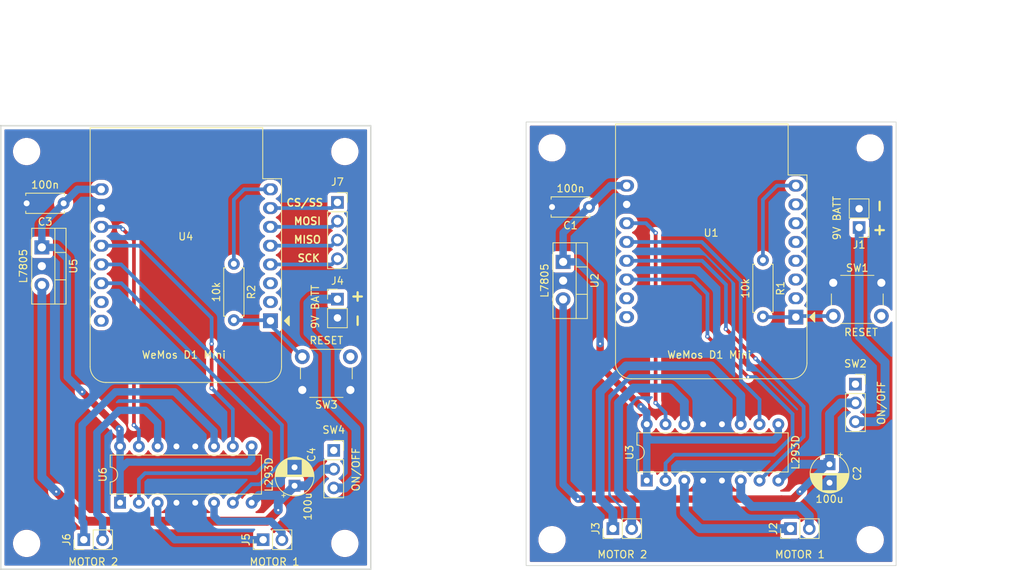
<source format=kicad_pcb>
(kicad_pcb (version 20240108) (generator "pcbnew") (generator_version "8.0")
  (layers (0 "F.Cu" signal) (31 "B.Cu" signal) (34 "B.Paste" user) (35 "F.Paste" user) (36 "B.SilkS" user "B.Silkscreen") (37 "F.SilkS" user "F.Silkscreen") (38 "B.Mask" user) (39 "F.Mask" user) (44 "Edge.Cuts" user))
  (net 0 "")
  (net 1 "GND")
  (net 2 "+5V")
  (net 3 "+9V")
  (net 4 "Net-(J1-Pin_1)")
  (net 5 "Net-(J2-Pin_1)")
  (net 6 "Net-(J2-Pin_2)")
  (net 7 "Net-(J3-Pin_1)")
  (net 8 "Net-(J3-Pin_2)")
  (net 9 "Net-(U1-~{RST})")
  (net 10 "Net-(U1-3V3)")
  (net 12 "Net-(U1-SCL{slash}D1)")
  (net 14 "Net-(U1-D3)")
  (net 17 "Net-(U1-D4)")
  (net 18 "Net-(U1-SDA{slash}D2)")
  (net 22 "Net-(J4-Pin_1)")
  (net 23 "Net-(J5-Pin_2)")
  (net 24 "Net-(J5-Pin_1)")
  (net 25 "Net-(J6-Pin_1)")
  (net 26 "Net-(J6-Pin_2)")
  (net 27 "Net-(U4-3V3)")
  (net 28 "Net-(U4-~{RST})")
  (net 30 "Net-(U4-SCL{slash}D1)")
  (net 31 "Net-(U4-D3)")
  (net 34 "Net-(U4-SDA{slash}D2)")
  (net 35 "Net-(U4-D4)")
  (net 38 "Net-(J7-Pin_1)")
  (net 39 "Net-(J7-Pin_3)")
  (net 40 "Net-(J7-Pin_4)")
  (net 41 "Net-(J7-Pin_2)")
  (net 42 "+5VA")
  (net 43 "GND1")
  (net 44 "+9VA")
  (footprint "Resistor_THT:R_Axial_DIN0207_L6.3mm_D2.5mm_P7.62mm_Horizontal" (layer "F.Cu") (at 144 55.69 -90)
    (property "Reference" "R1" (at 3.81 -2.37 90) (layer "F.SilkS"))
    (property "Value" "10k" (at 3.81 2.37 90) (layer "F.SilkS"))
    (pad "1" thru_hole circle (at 0 0 270) (size 1.6 1.6) (drill 0.8) (layers "*.Cu" "*.Mask") (net 10 "Net-(U1-3V3)"))
    (pad "2" thru_hole oval (at 7.62 0 270) (size 1.6 1.6) (drill 0.8) (layers "*.Cu" "*.Mask") (net 9 "Net-(U1-~{RST})"))
  )
  (footprint "Package_DIP:DIP-16_W7.62mm" (layer "F.Cu") (at 128.3 85.5 90)
    (property "Reference" "U3" (at 3.81 -2.33 270) (layer "F.SilkS"))
    (property "Value" "L293D" (at 3.81 20.11 270) (layer "F.SilkS"))
    (pad "1" thru_hole rect (at 0 0 90) (size 1.6 1.6) (drill 0.8) (layers "*.Cu" "*.Mask") (net 2 "+5V"))
    (pad "2" thru_hole oval (at 0 2.54 90) (size 1.6 1.6) (drill 0.8) (layers "*.Cu" "*.Mask") (net 12 "Net-(U1-SCL{slash}D1)"))
    (pad "3" thru_hole oval (at 0 5.08 90) (size 1.6 1.6) (drill 0.8) (layers "*.Cu" "*.Mask") (net 5 "Net-(J2-Pin_1)"))
    (pad "4" thru_hole oval (at 0 7.62 90) (size 1.6 1.6) (drill 0.8) (layers "*.Cu" "*.Mask") (net 1 "GND"))
    (pad "5" thru_hole oval (at 0 10.16 90) (size 1.6 1.6) (drill 0.8) (layers "*.Cu" "*.Mask") (net 1 "GND"))
    (pad "6" thru_hole oval (at 0 12.7 90) (size 1.6 1.6) (drill 0.8) (layers "*.Cu" "*.Mask") (net 6 "Net-(J2-Pin_2)"))
    (pad "7" thru_hole oval (at 0 15.24 90) (size 1.6 1.6) (drill 0.8) (layers "*.Cu" "*.Mask") (net 18 "Net-(U1-SDA{slash}D2)"))
    (pad "8" thru_hole oval (at 0 17.78 90) (size 1.6 1.6) (drill 0.8) (layers "*.Cu" "*.Mask") (net 3 "+9V"))
    (pad "9" thru_hole oval (at 7.62 17.78 90) (size 1.6 1.6) (drill 0.8) (layers "*.Cu" "*.Mask") (net 2 "+5V"))
    (pad "10" thru_hole oval (at 7.62 15.24 90) (size 1.6 1.6) (drill 0.8) (layers "*.Cu" "*.Mask") (net 14 "Net-(U1-D3)"))
    (pad "11" thru_hole oval (at 7.62 12.7 90) (size 1.6 1.6) (drill 0.8) (layers "*.Cu" "*.Mask") (net 7 "Net-(J3-Pin_1)"))
    (pad "12" thru_hole oval (at 7.62 10.16 90) (size 1.6 1.6) (drill 0.8) (layers "*.Cu" "*.Mask") (net 1 "GND"))
    (pad "13" thru_hole oval (at 7.62 7.62 90) (size 1.6 1.6) (drill 0.8) (layers "*.Cu" "*.Mask") (net 1 "GND"))
    (pad "14" thru_hole oval (at 7.62 5.08 90) (size 1.6 1.6) (drill 0.8) (layers "*.Cu" "*.Mask") (net 8 "Net-(J3-Pin_2)"))
    (pad "15" thru_hole oval (at 7.62 2.54 90) (size 1.6 1.6) (drill 0.8) (layers "*.Cu" "*.Mask") (net 17 "Net-(U1-D4)"))
    (pad "16" thru_hole oval (at 7.62 0 90) (size 1.6 1.6) (drill 0.8) (layers "*.Cu" "*.Mask") (net 2 "+5V"))
  )
  (footprint "Capacitor_THT:CP_Radial_D5.0mm_P2.50mm" (layer "F.Cu") (at 153 83.294886 -90)
    (property "Reference" "C2" (at 1.25 -3.75 90) (layer "F.SilkS"))
    (property "Value" "100u" (at 4.705113 -0.000001 180) (layer "F.SilkS"))
    (pad "1" thru_hole rect (at 0 0 270) (size 1.6 1.6) (drill 0.8) (layers "*.Cu" "*.Mask") (net 3 "+9V"))
    (pad "2" thru_hole circle (at 2.5 0 270) (size 1.6 1.6) (drill 0.8) (layers "*.Cu" "*.Mask") (net 1 "GND"))
  )
  (footprint "Connector_PinSocket_2.54mm:PinSocket_1x03_P2.54mm_Vertical" (layer "F.Cu") (at 86 81.42)
    (property "Reference" "SW4" (at 0 -2.77 0) (layer "F.SilkS"))
    (property "Value" "ON/OFF" (at 3 2.58 90) (layer "F.SilkS"))
    (pad "1" thru_hole rect (at 0 0) (size 1.7 1.7) (drill 1) (layers "*.Cu" "*.Mask"))
    (pad "2" thru_hole oval (at 0 2.54) (size 1.7 1.7) (drill 1) (layers "*.Cu" "*.Mask") (net 44 "+9VA"))
    (pad "3" thru_hole oval (at 0 5.08) (size 1.7 1.7) (drill 1) (layers "*.Cu" "*.Mask") (net 22 "Net-(J4-Pin_1)"))
  )
  (footprint "MountingHole:MountingHole_3.2mm_M3" (layer "F.Cu") (at 87.5 94)
    (property "Reference" "H8" (hide yes))
    (property "Value" "MountingHole" (hide yes))
    (pad "" np_thru_hole circle (at 0 0) (size 3.2 3.2) (drill 3.2) (layers "*.Cu" "*.Mask"))
  )
  (footprint "Module:WEMOS_D1_mini_light" (layer "F.Cu") (at 148.445 63.39 180)
    (property "Reference" "U1" (at 11.445 11.39 180) (layer "F.SilkS"))
    (property "Value" "WeMos D1 Mini" (at 11.7 -5.11 180) (layer "F.SilkS"))
    (pad "1" thru_hole rect (at 0 0 180) (size 2 2) (drill 1) (layers "*.Cu" "*.Mask") (net 9 "Net-(U1-~{RST})"))
    (pad "2" thru_hole oval (at 0 2.54 180) (size 2 1.6) (drill 1) (layers "*.Cu" "*.Mask"))
    (pad "3" thru_hole oval (at 0 5.08 180) (size 2 1.6) (drill 1) (layers "*.Cu" "*.Mask"))
    (pad "4" thru_hole oval (at 0 7.62 180) (size 2 1.6) (drill 1) (layers "*.Cu" "*.Mask"))
    (pad "5" thru_hole oval (at 0 10.16 180) (size 2 1.6) (drill 1) (layers "*.Cu" "*.Mask"))
    (pad "6" thru_hole oval (at 0 12.7 180) (size 2 1.6) (drill 1) (layers "*.Cu" "*.Mask"))
    (pad "7" thru_hole oval (at 0 15.24 180) (size 2 1.6) (drill 1) (layers "*.Cu" "*.Mask"))
    (pad "8" thru_hole oval (at 0 17.78 180) (size 2 1.6) (drill 1) (layers "*.Cu" "*.Mask") (net 10 "Net-(U1-3V3)"))
    (pad "9" thru_hole oval (at 22.86 17.78 180) (size 2 1.6) (drill 1) (layers "*.Cu" "*.Mask") (net 2 "+5V"))
    (pad "10" thru_hole oval (at 22.86 15.24 180) (size 2 1.6) (drill 1) (layers "*.Cu" "*.Mask") (net 1 "GND"))
    (pad "11" thru_hole oval (at 22.86 12.7 180) (size 2 1.6) (drill 1) (layers "*.Cu" "*.Mask") (net 17 "Net-(U1-D4)"))
    (pad "12" thru_hole oval (at 22.86 10.16 180) (size 2 1.6) (drill 1) (layers "*.Cu" "*.Mask") (net 14 "Net-(U1-D3)"))
    (pad "13" thru_hole oval (at 22.86 7.62 180) (size 2 1.6) (drill 1) (layers "*.Cu" "*.Mask") (net 18 "Net-(U1-SDA{slash}D2)"))
    (pad "14" thru_hole oval (at 22.86 5.08 180) (size 2 1.6) (drill 1) (layers "*.Cu" "*.Mask") (net 12 "Net-(U1-SCL{slash}D1)"))
    (pad "15" thru_hole oval (at 22.86 2.54 180) (size 2 1.6) (drill 1) (layers "*.Cu" "*.Mask"))
    (pad "16" thru_hole oval (at 22.86 0 180) (size 2 1.6) (drill 1) (layers "*.Cu" "*.Mask"))
  )
  (footprint "Capacitor_THT:C_Disc_D5.0mm_W2.5mm_P5.00mm" (layer "F.Cu") (at 49.5 48 180)
    (property "Reference" "C3" (at 2.5 -2.5 180) (layer "F.SilkS"))
    (property "Value" "100n" (at 2.5 2.5 180) (layer "F.SilkS"))
    (pad "1" thru_hole circle (at 0 0 180) (size 1.6 1.6) (drill 0.8) (layers "*.Cu" "*.Mask") (net 42 "+5VA"))
    (pad "2" thru_hole circle (at 5 0 180) (size 1.6 1.6) (drill 0.8) (layers "*.Cu" "*.Mask") (net 43 "GND1"))
  )
  (footprint "Package_DIP:DIP-16_W7.62mm" (layer "F.Cu") (at 57.125 88.5 90)
    (property "Reference" "U6" (at 3.81 -2.33 270) (layer "F.SilkS"))
    (property "Value" "L293D" (at 3.81 20.11 270) (layer "F.SilkS"))
    (pad "1" thru_hole rect (at 0 0 90) (size 1.6 1.6) (drill 0.8) (layers "*.Cu" "*.Mask") (net 42 "+5VA"))
    (pad "2" thru_hole oval (at 0 2.54 90) (size 1.6 1.6) (drill 0.8) (layers "*.Cu" "*.Mask") (net 30 "Net-(U4-SCL{slash}D1)"))
    (pad "3" thru_hole oval (at 0 5.08 90) (size 1.6 1.6) (drill 0.8) (layers "*.Cu" "*.Mask") (net 24 "Net-(J5-Pin_1)"))
    (pad "4" thru_hole oval (at 0 7.62 90) (size 1.6 1.6) (drill 0.8) (layers "*.Cu" "*.Mask") (net 43 "GND1"))
    (pad "5" thru_hole oval (at 0 10.16 90) (size 1.6 1.6) (drill 0.8) (layers "*.Cu" "*.Mask") (net 43 "GND1"))
    (pad "6" thru_hole oval (at 0 12.7 90) (size 1.6 1.6) (drill 0.8) (layers "*.Cu" "*.Mask") (net 23 "Net-(J5-Pin_2)"))
    (pad "7" thru_hole oval (at 0 15.24 90) (size 1.6 1.6) (drill 0.8) (layers "*.Cu" "*.Mask") (net 34 "Net-(U4-SDA{slash}D2)"))
    (pad "8" thru_hole oval (at 0 17.78 90) (size 1.6 1.6) (drill 0.8) (layers "*.Cu" "*.Mask") (net 44 "+9VA"))
    (pad "9" thru_hole oval (at 7.62 17.78 90) (size 1.6 1.6) (drill 0.8) (layers "*.Cu" "*.Mask") (net 42 "+5VA"))
    (pad "10" thru_hole oval (at 7.62 15.24 90) (size 1.6 1.6) (drill 0.8) (layers "*.Cu" "*.Mask") (net 31 "Net-(U4-D3)"))
    (pad "11" thru_hole oval (at 7.62 12.7 90) (size 1.6 1.6) (drill 0.8) (layers "*.Cu" "*.Mask") (net 25 "Net-(J6-Pin_1)"))
    (pad "12" thru_hole oval (at 7.62 10.16 90) (size 1.6 1.6) (drill 0.8) (layers "*.Cu" "*.Mask") (net 43 "GND1"))
    (pad "13" thru_hole oval (at 7.62 7.62 90) (size 1.6 1.6) (drill 0.8) (layers "*.Cu" "*.Mask") (net 43 "GND1"))
    (pad "14" thru_hole oval (at 7.62 5.08 90) (size 1.6 1.6) (drill 0.8) (layers "*.Cu" "*.Mask") (net 26 "Net-(J6-Pin_2)"))
    (pad "15" thru_hole oval (at 7.62 2.54 90) (size 1.6 1.6) (drill 0.8) (layers "*.Cu" "*.Mask") (net 35 "Net-(U4-D4)"))
    (pad "16" thru_hole oval (at 7.62 0 90) (size 1.6 1.6) (drill 0.8) (layers "*.Cu" "*.Mask") (net 42 "+5VA"))
  )
  (footprint "Connector_PinHeader_2.54mm:PinHeader_1x02_P2.54mm_Vertical" (layer "F.Cu") (at 52.225 93.5 90)
    (property "Reference" "J6" (at 0 -2.33 270) (layer "F.SilkS"))
    (property "Value" "MOTOR 2" (at -3 1.275 0) (layer "F.SilkS"))
    (pad "1" thru_hole rect (at 0 0 90) (size 1.7 1.7) (drill 1) (layers "*.Cu" "*.Mask") (net 25 "Net-(J6-Pin_1)"))
    (pad "2" thru_hole oval (at 0 2.54 90) (size 1.7 1.7) (drill 1) (layers "*.Cu" "*.Mask") (net 26 "Net-(J6-Pin_2)"))
  )
  (footprint "Connector_PinHeader_2.54mm:PinHeader_1x02_P2.54mm_Vertical" (layer "F.Cu") (at 86.5 60.96)
    (property "Reference" "J4" (at 0 -2.46 0) (layer "F.SilkS"))
    (property "Value" "9V BATT" (at -3 1.04 90) (layer "F.SilkS"))
    (pad "1" thru_hole rect (at 0 0) (size 1.7 1.7) (drill 1) (layers "*.Cu" "*.Mask") (net 22 "Net-(J4-Pin_1)"))
    (pad "2" thru_hole oval (at 0 2.54) (size 1.7 1.7) (drill 1) (layers "*.Cu" "*.Mask") (net 43 "GND1"))
  )
  (footprint "Button_Switch_THT:SW_PUSH_6mm" (layer "F.Cu") (at 153.5 58.75)
    (property "Reference" "SW1" (at 3.25 -2 360) (layer "F.SilkS"))
    (property "Value" "RESET" (at 3.75 6.7 0) (layer "F.SilkS"))
    (pad "1" thru_hole circle (at 0 0 90) (size 2 2) (drill 1.1) (layers "*.Cu" "*.Mask") (net 1 "GND"))
    (pad "1" thru_hole circle (at 6.5 0 90) (size 2 2) (drill 1.1) (layers "*.Cu" "*.Mask") (net 1 "GND"))
    (pad "2" thru_hole circle (at 0 4.5 90) (size 2 2) (drill 1.1) (layers "*.Cu" "*.Mask") (net 9 "Net-(U1-~{RST})"))
    (pad "2" thru_hole circle (at 6.5 4.5 90) (size 2 2) (drill 1.1) (layers "*.Cu" "*.Mask") (net 9 "Net-(U1-~{RST})"))
  )
  (footprint "MountingHole:MountingHole_3.2mm_M3" (layer "F.Cu") (at 44.5 94)
    (property "Reference" "H7" (hide yes))
    (property "Value" "MountingHole" (hide yes))
    (pad "" np_thru_hole circle (at 0 0) (size 3.2 3.2) (drill 3.2) (layers "*.Cu" "*.Mask"))
  )
  (footprint "Module:WEMOS_D1_mini_light" (layer "F.Cu") (at 77.445 63.89 180)
    (property "Reference" "U4" (at 11.445 11.39 180) (layer "F.SilkS"))
    (property "Value" "WeMos D1 Mini" (at 11.7 -4.61 180) (layer "F.SilkS"))
    (pad "1" thru_hole rect (at 0 0 180) (size 2 2) (drill 1) (layers "*.Cu" "*.Mask") (net 28 "Net-(U4-~{RST})"))
    (pad "2" thru_hole oval (at 0 2.54 180) (size 2 1.6) (drill 1) (layers "*.Cu" "*.Mask"))
    (pad "3" thru_hole oval (at 0 5.08 180) (size 2 1.6) (drill 1) (layers "*.Cu" "*.Mask"))
    (pad "4" thru_hole oval (at 0 7.62 180) (size 2 1.6) (drill 1) (layers "*.Cu" "*.Mask") (net 40 "Net-(J7-Pin_4)"))
    (pad "5" thru_hole oval (at 0 10.16 180) (size 2 1.6) (drill 1) (layers "*.Cu" "*.Mask") (net 39 "Net-(J7-Pin_3)"))
    (pad "6" thru_hole oval (at 0 12.7 180) (size 2 1.6) (drill 1) (layers "*.Cu" "*.Mask") (net 41 "Net-(J7-Pin_2)"))
    (pad "7" thru_hole oval (at 0 15.24 180) (size 2 1.6) (drill 1) (layers "*.Cu" "*.Mask") (net 38 "Net-(J7-Pin_1)"))
    (pad "8" thru_hole oval (at 0 17.78 180) (size 2 1.6) (drill 1) (layers "*.Cu" "*.Mask") (net 27 "Net-(U4-3V3)"))
    (pad "9" thru_hole oval (at 22.86 17.78 180) (size 2 1.6) (drill 1) (layers "*.Cu" "*.Mask") (net 42 "+5VA"))
    (pad "10" thru_hole oval (at 22.86 15.24 180) (size 2 1.6) (drill 1) (layers "*.Cu" "*.Mask") (net 43 "GND1"))
    (pad "11" thru_hole oval (at 22.86 12.7 180) (size 2 1.6) (drill 1) (layers "*.Cu" "*.Mask") (net 35 "Net-(U4-D4)"))
    (pad "12" thru_hole oval (at 22.86 10.16 180) (size 2 1.6) (drill 1) (layers "*.Cu" "*.Mask") (net 31 "Net-(U4-D3)"))
    (pad "13" thru_hole oval (at 22.86 7.62 180) (size 2 1.6) (drill 1) (layers "*.Cu" "*.Mask") (net 34 "Net-(U4-SDA{slash}D2)"))
    (pad "14" thru_hole oval (at 22.86 5.08 180) (size 2 1.6) (drill 1) (layers "*.Cu" "*.Mask") (net 30 "Net-(U4-SCL{slash}D1)"))
    (pad "15" thru_hole oval (at 22.86 2.54 180) (size 2 1.6) (drill 1) (layers "*.Cu" "*.Mask"))
    (pad "16" thru_hole oval (at 22.86 0 180) (size 2 1.6) (drill 1) (layers "*.Cu" "*.Mask"))
  )
  (footprint "Connector_PinHeader_2.54mm:PinHeader_1x02_P2.54mm_Vertical" (layer "F.Cu") (at 147.725 92 90)
    (property "Reference" "J2" (at 0 -2.33 270) (layer "F.SilkS"))
    (property "Value" "MOTOR 1" (at -3.5 1.275 0) (layer "F.SilkS"))
    (pad "1" thru_hole rect (at 0 0 90) (size 1.7 1.7) (drill 1) (layers "*.Cu" "*.Mask") (net 5 "Net-(J2-Pin_1)"))
    (pad "2" thru_hole oval (at 0 2.54 90) (size 1.7 1.7) (drill 1) (layers "*.Cu" "*.Mask") (net 6 "Net-(J2-Pin_2)"))
  )
  (footprint "MountingHole:MountingHole_3.2mm_M3" (layer "F.Cu") (at 87.5 41)
    (property "Reference" "H6" (hide yes))
    (property "Value" "MountingHole" (hide yes))
    (pad "" np_thru_hole circle (at 0 0) (size 3.2 3.2) (drill 3.2) (layers "*.Cu" "*.Mask"))
  )
  (footprint "Resistor_THT:R_Axial_DIN0207_L6.3mm_D2.5mm_P7.62mm_Horizontal" (layer "F.Cu") (at 72.5 56.19 -90)
    (property "Reference" "R2" (at 3.81 -2.37 90) (layer "F.SilkS"))
    (property "Value" "10k" (at 3.81 2.37 90) (layer "F.SilkS"))
    (pad "1" thru_hole circle (at 0 0 270) (size 1.6 1.6) (drill 0.8) (layers "*.Cu" "*.Mask") (net 27 "Net-(U4-3V3)"))
    (pad "2" thru_hole oval (at 7.62 0 270) (size 1.6 1.6) (drill 0.8) (layers "*.Cu" "*.Mask") (net 28 "Net-(U4-~{RST})"))
  )
  (footprint "Capacitor_THT:CP_Radial_D5.0mm_P2.50mm" (layer "F.Cu") (at 80.705112 86.205112 90)
    (property "Reference" "C4" (at 4.205112 2.294888 -90) (layer "F.SilkS"))
    (property "Value" "100u" (at -2.794888 1.794888 90) (layer "F.SilkS"))
    (pad "1" thru_hole rect (at 0 0 90) (size 1.6 1.6) (drill 0.8) (layers "*.Cu" "*.Mask") (net 44 "+9VA"))
    (pad "2" thru_hole circle (at 2.5 0 90) (size 1.6 1.6) (drill 0.8) (layers "*.Cu" "*.Mask") (net 43 "GND1"))
  )
  (footprint "Capacitor_THT:C_Disc_D5.0mm_W2.5mm_P5.00mm" (layer "F.Cu") (at 120.5 48.5 180)
    (property "Reference" "C1" (at 2.5 -2.5 180) (layer "F.SilkS"))
    (property "Value" "100n" (at 2.5 2.5 180) (layer "F.SilkS"))
    (pad "1" thru_hole circle (at 0 0 180) (size 1.6 1.6) (drill 0.8) (layers "*.Cu" "*.Mask") (net 2 "+5V"))
    (pad "2" thru_hole circle (at 5 0 180) (size 1.6 1.6) (drill 0.8) (layers "*.Cu" "*.Mask") (net 1 "GND"))
  )
  (footprint "Connector_PinHeader_2.54mm:PinHeader_1x02_P2.54mm_Vertical" (layer "F.Cu") (at 157 51.275 180)
    (property "Reference" "J1" (at 0 -2.33 180) (layer "F.SilkS"))
    (property "Value" "9V BATT" (at 3 1.275 270) (layer "F.SilkS"))
    (pad "1" thru_hole rect (at 0 0 180) (size 1.7 1.7) (drill 1) (layers "*.Cu" "*.Mask") (net 4 "Net-(J1-Pin_1)"))
    (pad "2" thru_hole oval (at 0 2.54 180) (size 1.7 1.7) (drill 1) (layers "*.Cu" "*.Mask") (net 1 "GND"))
  )
  (footprint "Connector_PinHeader_2.54mm:PinHeader_1x02_P2.54mm_Vertical" (layer "F.Cu") (at 76.46 93.5 90)
    (property "Reference" "J5" (at 0 -2.33 270) (layer "F.SilkS"))
    (property "Value" "MOTOR 1" (at -3 1.54 0) (layer "F.SilkS"))
    (pad "1" thru_hole rect (at 0 0 90) (size 1.7 1.7) (drill 1) (layers "*.Cu" "*.Mask") (net 24 "Net-(J5-Pin_1)"))
    (pad "2" thru_hole oval (at 0 2.54 90) (size 1.7 1.7) (drill 1) (layers "*.Cu" "*.Mask") (net 23 "Net-(J5-Pin_2)"))
  )
  (footprint "Button_Switch_THT:SW_PUSH_6mm" (layer "F.Cu") (at 88.25 73.25 180)
    (property "Reference" "SW3" (at 3.25 -2 180) (layer "F.SilkS"))
    (property "Value" "RESET" (at 3.25 6.7 180) (layer "F.SilkS"))
    (pad "1" thru_hole circle (at 0 0 270) (size 2 2) (drill 1.1) (layers "*.Cu" "*.Mask") (net 43 "GND1"))
    (pad "1" thru_hole circle (at 6.5 0 270) (size 2 2) (drill 1.1) (layers "*.Cu" "*.Mask") (net 43 "GND1"))
    (pad "2" thru_hole circle (at 0 4.5 270) (size 2 2) (drill 1.1) (layers "*.Cu" "*.Mask") (net 28 "Net-(U4-~{RST})"))
    (pad "2" thru_hole circle (at 6.5 4.5 270) (size 2 2) (drill 1.1) (layers "*.Cu" "*.Mask") (net 28 "Net-(U4-~{RST})"))
  )
  (footprint "Connector_PinSocket_2.54mm:PinSocket_1x04_P2.54mm_Vertical" (layer "F.Cu") (at 86.5 47.88)
    (property "Reference" "J7" (at 0 -2.77 360) (layer "F.SilkS"))
    (property "Value" "Conn_01x04_Pin")
    (pad "1" thru_hole rect (at 0 0) (size 1.7 1.7) (drill 1) (layers "*.Cu" "*.Mask") (net 38 "Net-(J7-Pin_1)"))
    (pad "2" thru_hole oval (at 0 2.54) (size 1.7 1.7) (drill 1) (layers "*.Cu" "*.Mask") (net 41 "Net-(J7-Pin_2)"))
    (pad "3" thru_hole oval (at 0 5.08) (size 1.7 1.7) (drill 1) (layers "*.Cu" "*.Mask") (net 39 "Net-(J7-Pin_3)"))
    (pad "4" thru_hole oval (at 0 7.62) (size 1.7 1.7) (drill 1) (layers "*.Cu" "*.Mask") (net 40 "Net-(J7-Pin_4)"))
  )
  (footprint "MountingHole:MountingHole_3.2mm_M3" (layer "F.Cu") (at 115.5 40.5)
    (property "Reference" "H1" (hide yes))
    (property "Value" "MountingHole" (hide yes))
    (pad "" np_thru_hole circle (at 0 0) (size 3.2 3.2) (drill 3.2) (layers "*.Cu" "*.Mask"))
  )
  (footprint "Package_TO_SOT_THT:TO-220-3_Vertical" (layer "F.Cu") (at 46.555 53.96 -90)
    (property "Reference" "U5" (at 2.54 -4.27 90) (layer "F.SilkS"))
    (property "Value" "L7805" (at 2.54 2.5 90) (layer "F.SilkS"))
    (pad "1" thru_hole rect (at 0 0 270) (size 1.905 2) (drill 1.1) (layers "*.Cu" "*.Mask") (net 42 "+5VA"))
    (pad "2" thru_hole oval (at 2.54 0 270) (size 1.905 2) (drill 1.1) (layers "*.Cu" "*.Mask") (net 43 "GND1"))
    (pad "3" thru_hole oval (at 5.08 0 270) (size 1.905 2) (drill 1.1) (layers "*.Cu" "*.Mask") (net 44 "+9VA"))
  )
  (footprint "Connector_PinHeader_2.54mm:PinHeader_1x02_P2.54mm_Vertical" (layer "F.Cu") (at 123.725 92 90)
    (property "Reference" "J3" (at 0 -2.33 270) (layer "F.SilkS"))
    (property "Value" "MOTOR 2" (at -3.5 1.275 0) (layer "F.SilkS"))
    (pad "1" thru_hole rect (at 0 0 90) (size 1.7 1.7) (drill 1) (layers "*.Cu" "*.Mask") (net 7 "Net-(J3-Pin_1)"))
    (pad "2" thru_hole oval (at 0 2.54 90) (size 1.7 1.7) (drill 1) (layers "*.Cu" "*.Mask") (net 8 "Net-(J3-Pin_2)"))
  )
  (footprint "MountingHole:MountingHole_3.2mm_M3" (layer "F.Cu") (at 158.5 40.5)
    (property "Reference" "H2" (hide yes))
    (property "Value" "MountingHole" (hide yes))
    (pad "" np_thru_hole circle (at 0 0) (size 3.2 3.2) (drill 3.2) (layers "*.Cu" "*.Mask"))
  )
  (footprint "MountingHole:MountingHole_3.2mm_M3" (layer "F.Cu") (at 115.5 93.5)
    (property "Reference" "H3" (hide yes))
    (property "Value" "MountingHole" (hide yes))
    (pad "" np_thru_hole circle (at 0 0) (size 3.2 3.2) (drill 3.2) (layers "*.Cu" "*.Mask"))
  )
  (footprint "Package_TO_SOT_THT:TO-220-3_Vertical" (layer "F.Cu") (at 117 55.92 -90)
    (property "Reference" "U2" (at 2.54 -4.27 90) (layer "F.SilkS"))
    (property "Value" "L7805" (at 2.54 2.5 90) (layer "F.SilkS"))
    (pad "1" thru_hole rect (at 0 0 270) (size 1.905 2) (drill 1.1) (layers "*.Cu" "*.Mask") (net 2 "+5V"))
    (pad "2" thru_hole oval (at 2.54 0 270) (size 1.905 2) (drill 1.1) (layers "*.Cu" "*.Mask") (net 1 "GND"))
    (pad "3" thru_hole oval (at 5.08 0 270) (size 1.905 2) (drill 1.1) (layers "*.Cu" "*.Mask") (net 3 "+9V"))
  )
  (footprint "Connector_PinSocket_2.54mm:PinSocket_1x03_P2.54mm_Vertical" (layer "F.Cu") (at 156.5 72.46)
    (property "Reference" "SW2" (at 0 -2.77 0) (layer "F.SilkS"))
    (property "Value" "ON/OFF" (at 3.5 2.54 90) (layer "F.SilkS"))
    (pad "1" thru_hole rect (at 0 0) (size 1.7 1.7) (drill 1) (layers "*.Cu" "*.Mask"))
    (pad "2" thru_hole oval (at 0 2.54) (size 1.7 1.7) (drill 1) (layers "*.Cu" "*.Mask") (net 3 "+9V"))
    (pad "3" thru_hole oval (at 0 5.08) (size 1.7 1.7) (drill 1) (layers "*.Cu" "*.Mask") (net 4 "Net-(J1-Pin_1)"))
  )
  (footprint "MountingHole:MountingHole_3.2mm_M3" (layer "F.Cu") (at 44.5 41)
    (property "Reference" "H5" (hide yes))
    (property "Value" "MountingHole" (hide yes))
    (pad "" np_thru_hole circle (at 0 0) (size 3.2 3.2) (drill 3.2) (layers "*.Cu" "*.Mask"))
  )
  (footprint "MountingHole:MountingHole_3.2mm_M3" (layer "F.Cu") (at 158.5 93.5)
    (property "Reference" "H4" (hide yes))
    (property "Value" "MountingHole" (hide yes))
    (pad "" np_thru_hole circle (at 0 0) (size 3.2 3.2) (drill 3.2) (layers "*.Cu" "*.Mask"))
  )
  (gr_rect (start 112 37) (end 162 97) (stroke (width 0.1)) (fill none) (layer "Edge.Cuts"))
  (gr_rect (start 41 37.5) (end 91 97.5) (stroke (width 0.2)) (fill none) (layer "Edge.Cuts"))
  (gr_text "+" (at 159 50.5 -90) (layer "F.SilkS") (effects (font (size 1.5 1.5) (thickness 0.3) (bold yes)) (justify left bottom)))
  (gr_text "+" (at 90 61.732571 90) (layer "F.SilkS") (effects (font (size 1.5 1.5) (thickness 0.3) (bold yes)) (justify left bottom)))
  (gr_text "MISO" (at 80.5 53.5 0) (layer "F.SilkS") (effects (font (size 1 1) (thickness 0.2) (bold yes)) (justify left bottom)))
  (gr_text "SCK" (at 81 56 0) (layer "F.SilkS") (effects (font (size 1 1) (thickness 0.2) (bold yes)) (justify left bottom)))
  (gr_text "CS/SS" (at 79.5 48.5 0) (layer "F.SilkS") (effects (font (size 1 1) (thickness 0.2) (bold yes)) (justify left bottom)))
  (gr_text "-" (at 159 47.232571 -90) (layer "F.SilkS") (effects (font (size 1.5 1.5) (thickness 0.3) (bold yes)) (justify left bottom)))
  (gr_text "MOSI" (at 80.5 51 0) (layer "F.SilkS") (effects (font (size 1 1) (thickness 0.2) (bold yes)) (justify left bottom)))
  (gr_text "-" (at 90 65 90) (layer "F.SilkS") (effects (font (size 1.5 1.5) (thickness 0.3) (bold yes)) (justify left bottom)))
  (segment (start 127.5 75.5) (end 122 70) (width 1) (layer "F.Cu") (net 2))
  (segment (start 122 70) (end 122 67) (width 1) (layer "F.Cu") (net 2))
  (via (at 127.5 75.5) (size 0.6) (drill 0.3) (layers "F.Cu" "B.Cu") (net 2))
  (via (at 122 67) (size 0.6) (drill 0.3) (layers "F.Cu" "B.Cu") (net 2))
  (segment (start 118.92 55.92) (end 117 55.92) (width 1) (layer "B.Cu") (net 2))
  (segment (start 122 59) (end 118.92 55.92) (width 1) (layer "B.Cu") (net 2))
  (segment (start 117 52) (end 120.5 48.5) (width 1) (layer "B.Cu") (net 2))
  (segment (start 128.3 76.3) (end 127.5 75.5) (width 1) (layer "B.Cu") (net 2))
  (segment (start 125.585 45.61) (end 123.39 45.61) (width 1) (layer "B.Cu") (net 2))
  (segment (start 128.3 77.88) (end 128.3 79.5) (width 1) (layer "B.Cu") (net 2))
  (segment (start 128.8 80) (end 128.3 79.5) (width 1) (layer "B.Cu") (net 2))
  (segment (start 145.5 80) (end 128.8 80) (width 1) (layer "B.Cu") (net 2))
  (segment (start 128.3 77.88) (end 128.3 76.3) (width 1) (layer "B.Cu") (net 2))
  (segment (start 146.08 77.88) (end 146.08 79.42) (width 1) (layer "B.Cu") (net 2))
  (segment (start 117 55.92) (end 117 52) (width 1) (layer "B.Cu") (net 2))
  (segment (start 122 67) (end 122 59) (width 1) (layer "B.Cu") (net 2))
  (segment (start 123.39 45.61) (end 120.5 48.5) (width 1) (layer "B.Cu") (net 2))
  (segment (start 146.08 79.42) (end 145.5 80) (width 1) (layer "B.Cu") (net 2))
  (segment (start 128.3 79.5) (end 128.3 85.5) (width 1) (layer "B.Cu") (net 2))
  (segment (start 148 88) (end 149 87) (width 1) (layer "F.Cu") (net 3))
  (segment (start 146.5 88) (end 148 88) (width 1) (layer "F.Cu") (net 3))
  (segment (start 119 88) (end 146.5 88) (width 1) (layer "F.Cu") (net 3))
  (via (at 119 88) (size 0.6) (drill 0.3) (layers "F.Cu" "B.Cu") (net 3))
  (via (at 149 87) (size 0.6) (drill 0.3) (layers "F.Cu" "B.Cu") (net 3))
  (segment (start 153 83.294886) (end 148.285114 83.294886) (width 1.2) (layer "B.Cu") (net 3))
  (segment (start 117 86) (end 119 88) (width 1) (layer "B.Cu") (net 3))
  (segment (start 156.5 75) (end 154.5 75) (width 1.2) (layer "B.Cu") (net 3))
  (segment (start 154.5 75) (end 153 76.5) (width 1.2) (layer "B.Cu") (net 3))
  (segment (start 149 87) (end 152.705114 83.294886) (width 1) (layer "B.Cu") (net 3))
  (segment (start 153 76.5) (end 153 83.294886) (width 1.2) (layer "B.Cu") (net 3))
  (segment (start 117 61) (end 117 86) (width 1) (layer "B.Cu") (net 3))
  (segment (start 148.285114 83.294886) (end 146.08 85.5) (width 1.2) (layer "B.Cu") (net 3))
  (segment (start 152.705114 83.294886) (end 153 83.294886) (width 1) (layer "B.Cu") (net 3))
  (segment (start 160.5 69.5) (end 160.5 76.5) (width 1.2) (layer "B.Cu") (net 4))
  (segment (start 159.46 77.54) (end 156.5 77.54) (width 1.2) (layer "B.Cu") (net 4))
  (segment (start 157 66) (end 160.5 69.5) (width 1.2) (layer "B.Cu") (net 4))
  (segment (start 160.5 76.5) (end 159.46 77.54) (width 1.2) (layer "B.Cu") (net 4))
  (segment (start 157 51.275) (end 157 66) (width 1.2) (layer "B.Cu") (net 4))
  (segment (start 135.5 92) (end 147.725 92) (width 1.2) (layer "B.Cu") (net 5))
  (segment (start 133.38 85.5) (end 133.38 89.88) (width 1.2) (layer "B.Cu") (net 5))
  (segment (start 133.38 89.88) (end 135.5 92) (width 1.2) (layer "B.Cu") (net 5))
  (segment (start 141 87.5) (end 142.5 89) (width 1.2) (layer "B.Cu") (net 6))
  (segment (start 141 85.5) (end 141 87.5) (width 1.2) (layer "B.Cu") (net 6))
  (segment (start 149 89) (end 150.265 90.265) (width 1.2) (layer "B.Cu") (net 6))
  (segment (start 150.265 90.265) (end 150.265 92) (width 1.2) (layer "B.Cu") (net 6))
  (segment (start 142.5 89) (end 149 89) (width 1.2) (layer "B.Cu") (net 6))
  (segment (start 123.725 89.725) (end 123.725 92) (width 1.2) (layer "B.Cu") (net 7))
  (segment (start 125.5 70) (end 122 73.5) (width 1.2) (layer "B.Cu") (net 7))
  (segment (start 122 88) (end 123.725 89.725) (width 1.2) (layer "B.Cu") (net 7))
  (segment (start 122 73.5) (end 122 88) (width 1.2) (layer "B.Cu") (net 7))
  (segment (start 137 70) (end 125.5 70) (width 1.2) (layer "B.Cu") (net 7))
  (segment (start 141 77.88) (end 141 74) (width 1.2) (layer "B.Cu") (net 7))
  (segment (start 141 74) (end 137 70) (width 1.2) (layer "B.Cu") (net 7))
  (segment (start 133.38 74.88) (end 133.38 77.88) (width 1.2) (layer "B.Cu") (net 8))
  (segment (start 126.265 88.765) (end 124.5 87) (width 1.2) (layer "B.Cu") (net 8))
  (segment (start 131.5 73) (end 133.38 74.88) (width 1.2) (layer "B.Cu") (net 8))
  (segment (start 124.5 87) (end 124.5 75) (width 1.2) (layer "B.Cu") (net 8))
  (segment (start 124.5 75) (end 126.5 73) (width 1.2) (layer "B.Cu") (net 8))
  (segment (start 126.265 92) (end 126.265 88.765) (width 1.2) (layer "B.Cu") (net 8))
  (segment (start 126.5 73) (end 131.5 73) (width 1.2) (layer "B.Cu") (net 8))
  (segment (start 148.445 63.39) (end 144.08 63.39) (width 0.5) (layer "B.Cu") (net 9))
  (segment (start 144.08 63.39) (end 144 63.31) (width 0.5) (layer "B.Cu") (net 9))
  (segment (start 148.585 63.25) (end 148.445 63.39) (width 0.5) (layer "B.Cu") (net 9))
  (segment (start 153.5 63.25) (end 148.585 63.25) (width 0.5) (layer "B.Cu") (net 9))
  (segment (start 145.89 45.61) (end 148.445 45.61) (width 0.5) (layer "B.Cu") (net 10))
  (segment (start 144 47.5) (end 145.89 45.61) (width 0.5) (layer "B.Cu") (net 10))
  (segment (start 144 55.69) (end 144 47.5) (width 0.5) (layer "B.Cu") (net 10))
  (segment (start 142 71.5) (end 136.5 66) (width 0.5) (layer "F.Cu") (net 12))
  (via (at 142 71.5) (size 0.6) (drill 0.3) (layers "F.Cu" "B.Cu") (net 12))
  (via (at 136.5 66) (size 0.6) (drill 0.3) (layers "F.Cu" "B.Cu") (net 12))
  (segment (start 136.5 66) (end 136.5 60.25) (width 0.5) (layer "B.Cu") (net 12))
  (segment (start 130.84 83.16) (end 130.84 85.5) (width 0.5) (layer "B.Cu") (net 12))
  (segment (start 143 71.5) (end 148 76.5) (width 0.5) (layer "B.Cu") (net 12))
  (segment (start 132 82) (end 130.84 83.16) (width 0.5) (layer "B.Cu") (net 12))
  (segment (start 148 79.5) (end 145.5 82) (width 0.5) (layer "B.Cu") (net 12))
  (segment (start 145.5 82) (end 132 82) (width 0.5) (layer "B.Cu") (net 12))
  (segment (start 148 76.5) (end 148 79.5) (width 0.5) (layer "B.Cu") (net 12))
  (segment (start 142 71.5) (end 143 71.5) (width 0.5) (layer "B.Cu") (net 12))
  (segment (start 134.56 58.31) (end 125.585 58.31) (width 0.5) (layer "B.Cu") (net 12))
  (segment (start 136.5 60.25) (end 134.56 58.31) (width 0.5) (layer "B.Cu") (net 12))
  (segment (start 143.54 74.54) (end 143.54 77.88) (width 0.5) (layer "B.Cu") (net 14))
  (segment (start 141 58.5) (end 141 72) (width 0.5) (layer "B.Cu") (net 14))
  (segment (start 135.73 53.23) (end 141 58.5) (width 0.5) (layer "B.Cu") (net 14))
  (segment (start 125.585 53.23) (end 135.73 53.23) (width 0.5) (layer "B.Cu") (net 14))
  (segment (start 141 72) (end 143.54 74.54) (width 0.5) (layer "B.Cu") (net 14))
  (segment (start 129.5 75) (end 129.5 52) (width 0.5) (layer "F.Cu") (net 17))
  (via (at 129.5 75) (size 0.6) (drill 0.3) (layers "F.Cu" "B.Cu") (net 17))
  (via (at 129.5 52) (size 0.6) (drill 0.3) (layers "F.Cu" "B.Cu") (net 17))
  (segment (start 125.585 50.69) (end 128.19 50.69) (width 0.5) (layer "B.Cu") (net 17))
  (segment (start 130.84 76.34) (end 129.5 75) (width 0.5) (layer "B.Cu") (net 17))
  (segment (start 130.84 77.88) (end 130.84 76.34) (width 0.5) (layer "B.Cu") (net 17))
  (segment (start 128.19 50.69) (end 129.5 52) (width 0.5) (layer "B.Cu") (net 17))
  (segment (start 139 65) (end 143 69) (width 0.5) (layer "F.Cu") (net 18))
  (via (at 143 69) (size 0.6) (drill 0.3) (layers "F.Cu" "B.Cu") (net 18))
  (via (at 139 65) (size 0.6) (drill 0.3) (layers "F.Cu" "B.Cu") (net 18))
  (segment (start 139 59) (end 139 65) (width 0.5) (layer "B.Cu") (net 18))
  (segment (start 149.5 75.5) (end 149.5 79.54) (width 0.5) (layer "B.Cu") (net 18))
  (segment (start 143 69) (end 149.5 75.5) (width 0.5) (layer "B.Cu") (net 18))
  (segment (start 125.585 55.77) (end 135.77 55.77) (width 0.5) (layer "B.Cu") (net 18))
  (segment (start 149.5 79.54) (end 143.54 85.5) (width 0.5) (layer "B.Cu") (net 18))
  (segment (start 135.77 55.77) (end 139 59) (width 0.5) (layer "B.Cu") (net 18))
  (segment (start 89 78.5) (end 89 85) (width 1.2) (layer "B.Cu") (net 22))
  (segment (start 89 85) (end 87.5 86.5) (width 1.2) (layer "B.Cu") (net 22))
  (segment (start 87.5 86.5) (end 86 86.5) (width 1.2) (layer "B.Cu") (net 22))
  (segment (start 83.04 60.96) (end 82.5 61.5) (width 1.2) (layer "B.Cu") (net 22))
  (segment (start 85 68) (end 85 74.5) (width 1.2) (layer "B.Cu") (net 22))
  (segment (start 82.5 61.5) (end 82.5 65.5) (width 1.2) (layer "B.Cu") (net 22))
  (segment (start 82.5 65.5) (end 85 68) (width 1.2) (layer "B.Cu") (net 22))
  (segment (start 86.5 60.96) (end 83.04 60.96) (width 1.2) (layer "B.Cu") (net 22))
  (segment (start 85 74.5) (end 89 78.5) (width 1.2) (layer "B.Cu") (net 22))
  (segment (start 69.825 90.325) (end 70.5 91) (width 1) (layer "B.Cu") (net 23))
  (segment (start 79 92.5) (end 79 93.5) (width 1) (layer "B.Cu") (net 23))
  (segment (start 69.825 88.5) (end 69.825 90.325) (width 1) (layer "B.Cu") (net 23))
  (segment (start 70.5 91) (end 77.5 91) (width 1) (layer "B.Cu") (net 23))
  (segment (start 77.5 91) (end 79 92.5) (width 1) (layer "B.Cu") (net 23))
  (segment (start 64.5 93.5) (end 62.205 91.205) (width 1) (layer "B.Cu") (net 24))
  (segment (start 76.46 93.5) (end 64.5 93.5) (width 1) (layer "B.Cu") (net 24))
  (segment (start 62.205 91.205) (end 62.205 88.5) (width 1) (layer "B.Cu") (net 24))
  (segment (start 56.5 73.5) (end 64.5 73.5) (width 1) (layer "B.Cu") (net 25))
  (segment (start 52 78) (end 56.5 73.5) (width 1) (layer "B.Cu") (net 25))
  (segment (start 69.825 78.825) (end 69.825 80.88) (width 1) (layer "B.Cu") (net 25))
  (segment (start 64.5 73.5) (end 69.825 78.825) (width 1) (layer "B.Cu") (net 25))
  (segment (start 52.225 93.5) (end 52.225 91.225) (width 1) (layer "B.Cu") (net 25))
  (segment (start 52.225 91.225) (end 52 91) (width 1) (layer "B.Cu") (net 25))
  (segment (start 52 91) (end 52 78) (width 1) (layer "B.Cu") (net 25))
  (segment (start 54 79) (end 57 76) (width 1) (layer "B.Cu") (net 26))
  (segment (start 54.765 93.5) (end 54.765 90.765) (width 1) (layer "B.Cu") (net 26))
  (segment (start 57 76) (end 60.5 76) (width 1) (layer "B.Cu") (net 26))
  (segment (start 60.5 76) (end 62.205 77.705) (width 1) (layer "B.Cu") (net 26))
  (segment (start 54.765 90.765) (end 54 90) (width 1) (layer "B.Cu") (net 26))
  (segment (start 62.205 77.705) (end 62.205 80.88) (width 1) (layer "B.Cu") (net 26))
  (segment (start 54 90) (end 54 79) (width 1) (layer "B.Cu") (net 26))
  (segment (start 73.89 46.11) (end 72.5 47.5) (width 0.5) (layer "B.Cu") (net 27))
  (segment (start 72.5 47.5) (end 72.5 56.19) (width 0.5) (layer "B.Cu") (net 27))
  (segment (start 77.445 46.11) (end 73.89 46.11) (width 0.5) (layer "B.Cu") (net 27))
  (segment (start 77.445 64.445) (end 81.75 68.75) (width 0.5) (layer "B.Cu") (net 28))
  (segment (start 72.5 63.81) (end 77.365 63.81) (width 0.5) (layer "B.Cu") (net 28))
  (segment (start 77.365 63.81) (end 77.445 63.89) (width 0.5) (layer "B.Cu") (net 28))
  (segment (start 77.445 63.89) (end 77.445 64.445) (width 0.5) (layer "B.Cu") (net 28))
  (segment (start 59.665 85.335) (end 60.5 84.5) (width 0.5) (layer "B.Cu") (net 30))
  (segment (start 77.5 79) (end 57.31 58.81) (width 0.5) (layer "B.Cu") (net 30))
  (segment (start 60.5 84.5) (end 75.5 84.5) (width 0.5) (layer "B.Cu") (net 30))
  (segment (start 77.5 82.5) (end 77.5 79) (width 0.5) (layer "B.Cu") (net 30))
  (segment (start 59.665 88.5) (end 59.665 85.335) (width 0.5) (layer "B.Cu") (net 30))
  (segment (start 75.5 84.5) (end 77.5 82.5) (width 0.5) (layer "B.Cu") (net 30))
  (segment (start 57.31 58.81) (end 54.585 58.81) (width 0.5) (layer "B.Cu") (net 30))
  (segment (start 69.5 67) (end 69.5 73) (width 0.5) (layer "F.Cu") (net 31))
  (via (at 69.5 73) (size 0.6) (drill 0.3) (layers "F.Cu" "B.Cu") (net 31))
  (via (at 69.5 67) (size 0.6) (drill 0.3) (layers "F.Cu" "B.Cu") (net 31))
  (segment (start 69.5 67) (end 69.5 63.5) (width 0.5) (layer "B.Cu") (net 31))
  (segment (start 69.5 63.5) (end 59.73 53.73) (width 0.5) (layer "B.Cu") (net 31))
  (segment (start 69.5 73) (end 72.365 75.865) (width 0.5) (layer "B.Cu") (net 31))
  (segment (start 59.73 53.73) (end 54.585 53.73) (width 0.5) (layer "B.Cu") (net 31))
  (segment (start 72.365 75.865) (end 72.365 80.88) (width 0.5) (layer "B.Cu") (net 31))
  (segment (start 57.27 56.27) (end 54.585 56.27) (width 0.5) (layer "B.Cu") (net 34))
  (segment (start 79 83) (end 79 78) (width 0.5) (layer "B.Cu") (net 34))
  (segment (start 79 78) (end 57.27 56.27) (width 0.5) (layer "B.Cu") (net 34))
  (segment (start 72.365 88.5) (end 74.865 86) (width 0.5) (layer "B.Cu") (net 34))
  (segment (start 76 86) (end 79 83) (width 0.5) (layer "B.Cu") (net 34))
  (segment (start 74.865 86) (end 76 86) (width 0.5) (layer "B.Cu") (net 34))
  (segment (start 59 53) (end 57.5 51.5) (width 0.5) (layer "F.Cu") (net 35))
  (segment (start 59 78) (end 59 53) (width 0.5) (layer "F.Cu") (net 35))
  (via (at 59 78) (size 0.6) (drill 0.3) (layers "F.Cu" "B.Cu") (net 35))
  (via (at 57.5 51.5) (size 0.6) (drill 0.3) (layers "F.Cu" "B.Cu") (net 35))
  (segment (start 59.665 80.88) (end 59.665 78.665) (width 0.5) (layer "B.Cu") (net 35))
  (segment (start 54.585 51.19) (end 57.19 51.19) (width 0.5) (layer "B.Cu") (net 35))
  (segment (start 59.665 78.665) (end 59 78) (width 0.5) (layer "B.Cu") (net 35))
  (segment (start 57.19 51.19) (end 57.5 51.5) (width 0.5) (layer "B.Cu") (net 35))
  (segment (start 85.73 48.65) (end 86.5 47.88) (width 0.5) (layer "B.Cu") (net 38))
  (segment (start 77.445 48.65) (end 85.73 48.65) (width 0.5) (layer "B.Cu") (net 38))
  (segment (start 85.73 53.73) (end 86.5 52.96) (width 0.5) (layer "B.Cu") (net 39))
  (segment (start 77.445 53.73) (end 85.73 53.73) (width 0.5) (layer "B.Cu") (net 39))
  (segment (start 77.445 56.27) (end 85.73 56.27) (width 0.5) (layer "B.Cu") (net 40))
  (segment (start 85.73 56.27) (end 86.5 55.5) (width 0.5) (layer "B.Cu") (net 40))
  (segment (start 85.73 51.19) (end 86.5 50.42) (width 0.5) (layer "B.Cu") (net 41))
  (segment (start 77.445 51.19) (end 85.73 51.19) (width 0.5) (layer "B.Cu") (net 41))
  (segment (start 57 78.5) (end 52 73.5) (width 1) (layer "F.Cu") (net 42))
  (via (at 52 73.5) (size 0.6) (drill 0.3) (layers "F.Cu" "B.Cu") (net 42))
  (via (at 57 78.5) (size 0.6) (drill 0.3) (layers "F.Cu" "B.Cu") (net 42))
  (segment (start 46.555 50.945) (end 49.5 48) (width 1) (layer "B.Cu") (net 42))
  (segment (start 50 55.5) (end 48.46 53.96) (width 1) (layer "B.Cu") (net 42))
  (segment (start 74.905 82.595) (end 74.905 80.88) (width 1) (layer "B.Cu") (net 42))
  (segment (start 46.555 53.96) (end 46.555 50.945) (width 1) (layer "B.Cu") (net 42))
  (segment (start 50 71.5) (end 50 55.5) (width 1) (layer "B.Cu") (net 42))
  (segment (start 57.125 88.5) (end 57.125 84) (width 1) (layer "B.Cu") (net 42))
  (segment (start 74.5 83) (end 74.905 82.595) (width 1) (layer "B.Cu") (net 42))
  (segment (start 57.125 84) (end 58.125 83) (width 1) (layer "B.Cu") (net 42))
  (segment (start 58.125 83) (end 74.5 83) (width 1) (layer "B.Cu") (net 42))
  (segment (start 54.585 46.11) (end 51.39 46.11) (width 1) (layer "B.Cu") (net 42))
  (segment (start 57.125 78.625) (end 57 78.5) (width 1) (layer "B.Cu") (net 42))
  (segment (start 57.125 80.88) (end 57.125 78.625) (width 1) (layer "B.Cu") (net 42))
  (segment (start 52 73.5) (end 50 71.5) (width 1) (layer "B.Cu") (net 42))
  (segment (start 57.125 84) (end 57.125 80.88) (width 1) (layer "B.Cu") (net 42))
  (segment (start 51.39 46.11) (end 49.5 48) (width 1) (layer "B.Cu") (net 42))
  (segment (start 48.46 53.96) (end 46.555 53.96) (width 1) (layer "B.Cu") (net 42))
  (segment (start 77 91) (end 52.5 91) (width 1.2) (layer "F.Cu") (net 44))
  (segment (start 52.5 91) (end 48.5 87) (width 1.2) (layer "F.Cu") (net 44))
  (segment (start 78.5 89.5) (end 77 91) (width 1.2) (layer "F.Cu") (net 44))
  (via (at 48.5 87) (size 0.6) (drill 0.3) (layers "F.Cu" "B.Cu") (net 44))
  (via (at 78.5 89.5) (size 0.6) (drill 0.3) (layers "F.Cu" "B.Cu") (net 44))
  (segment (start 78.5 88.410224) (end 80.705112 86.205112) (width 1.2) (layer "B.Cu") (net 44))
  (segment (start 86 83.96) (end 84.54 83.96) (width 1.2) (layer "B.Cu") (net 44))
  (segment (start 84.54 83.96) (end 82.294888 86.205112) (width 1.2) (layer "B.Cu") (net 44))
  (segment (start 80.705112 86.205112) (end 79.410224 87.5) (width 1.2) (layer "B.Cu") (net 44))
  (segment (start 46.555 85.055) (end 48.5 87) (width 1.2) (layer "B.Cu") (net 44))
  (segment (start 75.905 87.5) (end 74.905 88.5) (width 1.2) (layer "B.Cu") (net 44))
  (segment (start 46.555 59.04) (end 46.555 85.055) (width 1.2) (layer "B.Cu") (net 44))
  (segment (start 78.5 89.5) (end 78.5 88.410224) (width 1.2) (layer "B.Cu") (net 44))
  (segment (start 82.294888 86.205112) (end 80.705112 86.205112) (width 1.2) (layer "B.Cu") (net 44))
  (segment (start 79.410224 87.5) (end 75.905 87.5) (width 1.2) (layer "B.Cu") (net 44))
  (zone (net 1) (net_name "GND") (layers "F&B.Cu") (priority 1) (connect_pads yes (clearance 0.5)) (min_thickness 0.25) (fill yes (thermal_gap 0.5) (thermal_bridge_width 0.5))
    (polygon (pts (xy 112 37) (xy 162 37) (xy 162 97) (xy 112 97)))
  )
  (zone (net 43) (net_name "GND1") (layers "F&B.Cu") (connect_pads yes (clearance 0.5)) (min_thickness 0.25) (fill yes (thermal_gap 0.5) (thermal_bridge_width 0.5))
    (polygon (pts (xy 91 97.5) (xy 41 97.5) (xy 41 37.5) (xy 91 37.5)))
  )
)
</source>
